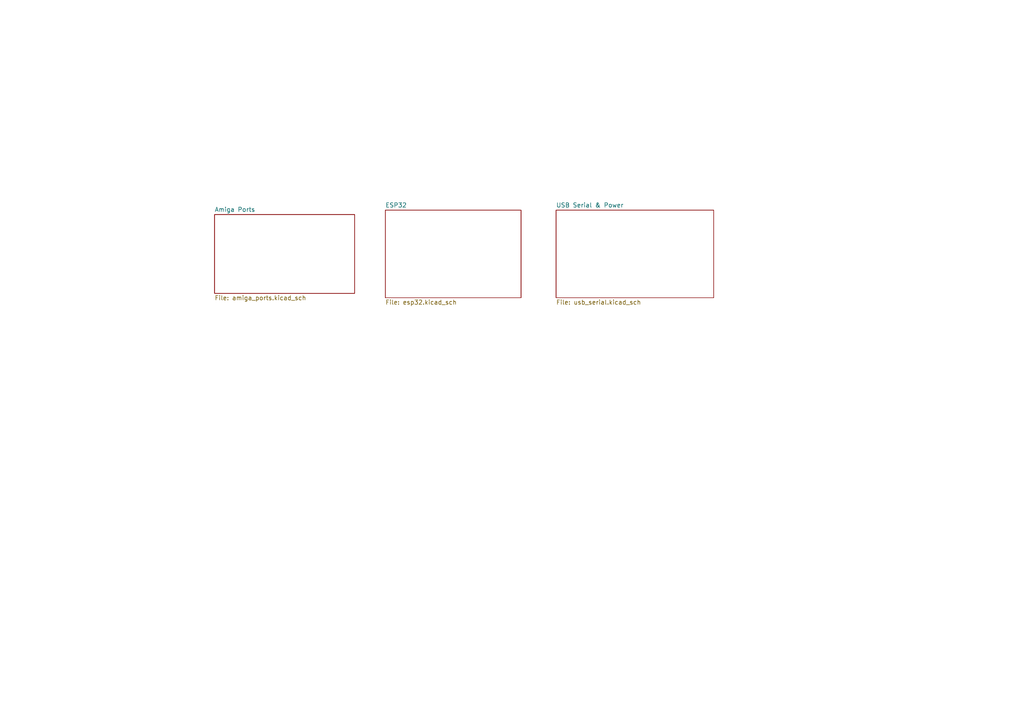
<source format=kicad_sch>
(kicad_sch (version 20211123) (generator eeschema)
  (paper "A4")
  (title_block (title "Unijoysticle 2 A500") (date "2022-04-25") (rev "A") (company "Retro Moe"))
  (lib_symbols)
  (sheet (at 62.23 62.23) (size 40.64 22.86) (stroke (width 0.1524))
    (property "Sheet name" "Amiga Ports" (at 62.23 61.5184 0) (effects (justify left bottom)))
    (property "Sheet file" "amiga_ports.kicad_sch" (at 62.23 85.6746 0) (effects (justify left top)))
  )
  (sheet (at 111.76 60.96) (size 39.37 25.4) (stroke (width 0.1524))
    (property "Sheet name" "ESP32" (at 111.76 60.2484 0) (effects (justify left bottom)))
    (property "Sheet file" "esp32.kicad_sch" (at 111.76 86.9446 0) (effects (justify left top)))
  )
  (sheet (at 161.29 60.96) (size 45.72 25.4) (stroke (width 0.1524))
    (property "Sheet name" "USB Serial & Power" (at 161.29 60.2484 0) (effects (justify left bottom)))
    (property "Sheet file" "usb_serial.kicad_sch" (at 161.29 86.9446 0) (effects (justify left top)))
  )
)
</source>
